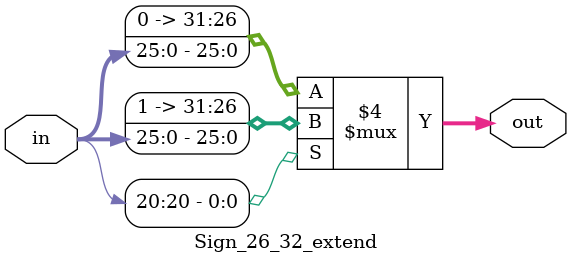
<source format=v>
`timescale 1ns / 1ps
module Sign_26_32_extend(input [25:0] in, output reg [31:0] out);

	always @(*) begin
		if(in[20] == 1) begin
			out = {6'b111111, in}; 
		end else begin
			out = {6'b000000, in};
		end
	end
	
endmodule

</source>
